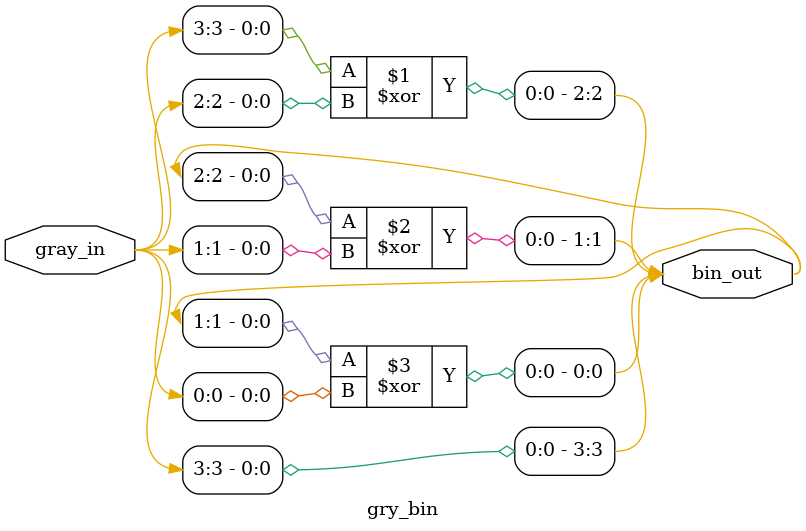
<source format=v>
module gry_bin#(parameter N=4)(input[N-1:0] gray_in,output [N-1:0]bin_out);
assign bin_out[N-1]=gray_in[N-1];
genvar i;
generate
    for(i=N-2;i>=0;i=i-1)
    begin
        assign bin_out[i] = bin_out[i+1]^gray_in[i];
    end
endgenerate
endmodule



</source>
